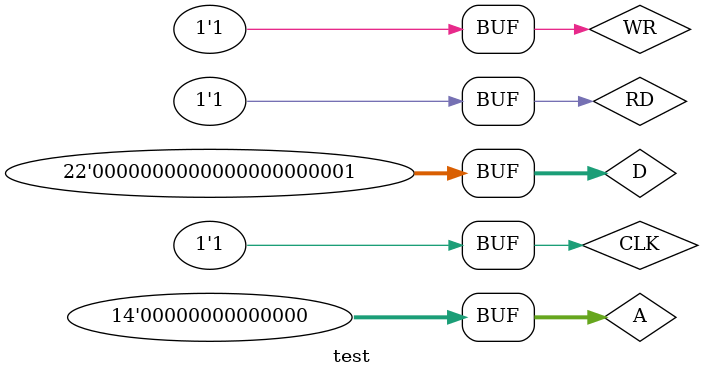
<source format=sv>
`timescale 1 ps / 1 ps

module test();

	logic	[13:0]  A;
	logic	  CLK;
	logic	[21:0]  D;
	logic	  RD;
	logic	  WR;
	logic	[21:0]  S;

	
	RAM_Port_1 DUT(A, CLK,D, RD, WR, S);
	
	initial begin
		A = 0;

		CLK = 0; WR = 0; D = 22'hAAA; #10;
		CLK = 1; #10;
		CLK = 0; #10;
		CLK = 1; #10;
		CLK = 0; #10;
		CLK = 1; #10;
		CLK = 0; #10;



		CLK =  1; WR = 1; D = 22'hBBB; RD = 1; #10;
		CLK = 0; #10;
		CLK = 1; #10;
		CLK = 0; #10;
		CLK = 1; #10;
		CLK = 0; #10;
		CLK = 1; #10;
		
		CLK = 0; WR = 0; D = 22'hAEF; #10;
		CLK = 1; #10;
		CLK = 0; #10;
		CLK = 1; #10;
		CLK = 0; #10;
		CLK = 1; #10;
		CLK = 0; #10;
		
		CLK =  1; WR = 1; D = 12'h001; RD = 1; #10;
		CLK = 0; #10;
		CLK = 1; #10;
		CLK = 0; #10;
		CLK = 1; #10;
		CLK = 0; #10;
		CLK = 1; #10;


		// CLK = 1; #10;
		// WE = 0;
		// CLK = 0; #10;

		// CLK = 0; WE = 0; WD = 12'hBBB; A = 17'h7; #10;//el dato que escribe es este 
		// CLK = 1; #10;
		// CLK = 0; #10;

		// CLK = 0; WE = 0; WD = 12'hEEE; A = 17'h7; #10;
		// CLK = 1; WE = 0; WD = 12'hDDD; A = 17'h7; #10;//lo escribe al rise edge de este clk
		
		// CLK = 0; WE = 1; WD = 12'hCCC; A = 17'd39000; #10;
		// CLK = 1; WE = 0; WD = 12'hFFF; A = 17'd39000; #10;//el dato que escribe es este
		// CLK = 0; WE = 0; WD = 12'hCCC; A = 17'd39000; #10;
		// CLK = 1; WE = 0; WD = 12'h999; A = 17'd39000; #10;//lo escribe al rise edge este clk
		
	
	end

	
endmodule 
</source>
